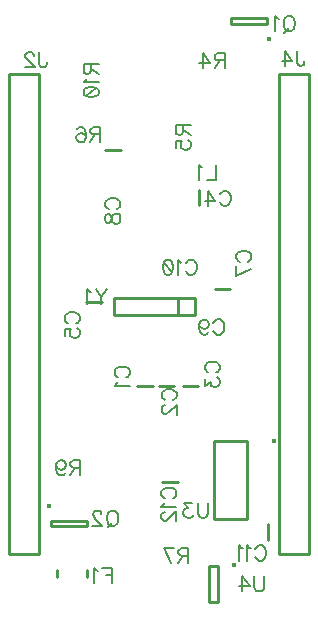
<source format=gbr>
G04 DipTrace Beta 2.9.0.1*
G04 BottomSilk.gbr*
%MOMM*%
G04 #@! TF.FileFunction,Legend,Bot*
G04 #@! TF.Part,Single*
%ADD10C,0.25*%
%ADD33O,0.39127X0.39172*%
%ADD87C,0.19608*%
%FSLAX35Y35*%
G04*
G71*
G90*
G75*
G01*
G04 BotSilk*
%LPD*%
X1109980Y1933547D2*
D10*
X1239880D1*
X1295063Y1935047D2*
X1424963D1*
X1497150Y1933547D2*
X1627050D1*
X1633037Y3461573D2*
Y3591473D1*
X808320Y2640913D2*
X678420D1*
X1766077Y2754613D2*
X1895977D1*
X969217Y3926717D2*
X839317D1*
X2214117Y630610D2*
Y760510D1*
X1322923Y1115407D2*
X1452823D1*
X685463Y312320D2*
Y372160D1*
X435443Y312320D2*
Y372160D1*
X25396Y4571814D2*
X279400D1*
Y508186D1*
X25396D1*
Y4571814D1*
X2565404Y508186D2*
X2311400D1*
Y4571814D1*
X2565404D1*
Y508186D1*
D33*
X2229803Y4871463D3*
X2206433Y4998823D2*
D10*
X1906447D1*
Y5048824D1*
X2206433D1*
Y4998823D1*
D33*
X360657Y919604D3*
X384027Y792244D2*
D10*
X684013D1*
Y742243D1*
X384027D1*
Y792244D1*
D33*
X2266964Y1466603D3*
X2040269Y1469243D2*
D10*
Y809275D1*
X1760271Y1469243D2*
Y809275D1*
X2040269D2*
X1760271D1*
X2040269Y1469243D2*
X1760271D1*
D33*
X1931388Y417984D3*
X1794062Y404618D2*
D10*
Y104623D1*
X1714076Y404618D2*
Y104623D1*
X1794062D2*
X1714076D1*
X1794062Y404618D2*
X1714076D1*
X1603047Y2675038D2*
X913047D1*
Y2535028D1*
X1603047D1*
Y2675038D1*
X1458072Y2670028D2*
Y2540038D1*
X949243Y2005135D2*
D87*
X937170Y2011172D1*
X924957Y2023385D1*
X918920Y2035458D1*
Y2059745D1*
X924957Y2071958D1*
X937170Y2084031D1*
X949243Y2090208D1*
X967493Y2096245D1*
X997957Y2096244D1*
X1016066Y2090208D1*
X1028280Y2084031D1*
X1040353Y2071958D1*
X1046530Y2059744D1*
Y2035458D1*
X1040353Y2023385D1*
X1028280Y2011171D1*
X1016066Y2005135D1*
X943347Y1965919D2*
X937170Y1953706D1*
X919060Y1935456D1*
X1046530D1*
X1346953Y1813866D2*
X1334880Y1819903D1*
X1322667Y1832116D1*
X1316630Y1844190D1*
Y1868476D1*
X1322667Y1880689D1*
X1334880Y1892763D1*
X1346953Y1898939D1*
X1365203Y1904976D1*
X1395667D1*
X1413776Y1898939D1*
X1425990Y1892762D1*
X1438063Y1880689D1*
X1444240Y1868476D1*
Y1844189D1*
X1438063Y1832116D1*
X1425990Y1819903D1*
X1413776Y1813866D1*
X1347094Y1768474D2*
X1341057D1*
X1328844Y1762437D1*
X1322807Y1756401D1*
X1316771Y1744187D1*
X1316770Y1719901D1*
X1322807Y1707828D1*
X1328844Y1701791D1*
X1341057Y1695614D1*
X1353130D1*
X1365344Y1701791D1*
X1383453Y1713864D1*
X1444240Y1774651D1*
Y1689578D1*
X1713043Y2046220D2*
X1700970Y2052256D1*
X1688757Y2064470D1*
X1682720Y2076543D1*
Y2100829D1*
X1688757Y2113043D1*
X1700970Y2125116D1*
X1713043Y2131293D1*
X1731293Y2137329D1*
X1761757D1*
X1779866Y2131293D1*
X1792080Y2125116D1*
X1804153Y2113043D1*
X1810330Y2100829D1*
Y2076543D1*
X1804153Y2064470D1*
X1792080Y2052256D1*
X1779866Y2046220D1*
X1682861Y1994791D2*
X1682860Y1928108D1*
X1731434Y1964468D1*
Y1946218D1*
X1737470Y1934145D1*
X1743507Y1928108D1*
X1761757Y1921931D1*
X1773830D1*
X1792080Y1928108D1*
X1804293Y1940181D1*
X1810330Y1958431D1*
Y1976681D1*
X1804293Y1994791D1*
X1798116Y2000827D1*
X1786043Y2007004D1*
X1811718Y3553210D2*
X1817754Y3565283D1*
X1829968Y3577497D1*
X1842041Y3583533D1*
X1866327D1*
X1878541Y3577497D1*
X1890614Y3565283D1*
X1896791Y3553210D1*
X1902827Y3534960D1*
Y3504497D1*
X1896791Y3486387D1*
X1890614Y3474174D1*
X1878541Y3462101D1*
X1866327Y3455924D1*
X1842041D1*
X1829968Y3462101D1*
X1817754Y3474174D1*
X1811718Y3486387D1*
X1711716Y3455924D2*
Y3583393D1*
X1772502Y3498460D1*
X1681393D1*
X527213Y2462970D2*
X515140Y2469006D1*
X502927Y2481220D1*
X496890Y2493293D1*
Y2517579D1*
X502927Y2529793D1*
X515140Y2541866D1*
X527213Y2548043D1*
X545463Y2554079D1*
X575927D1*
X594036Y2548043D1*
X606250Y2541866D1*
X618323Y2529793D1*
X624500Y2517579D1*
Y2493293D1*
X618323Y2481220D1*
X606250Y2469006D1*
X594036Y2462970D1*
X497030Y2350895D2*
X497031Y2411541D1*
X551640Y2417577D1*
X545604Y2411541D1*
X539427Y2393291D1*
Y2375181D1*
X545604Y2356931D1*
X557677Y2344718D1*
X575927Y2338681D1*
X588000D1*
X606250Y2344718D1*
X618463Y2356931D1*
X624500Y2375181D1*
Y2393291D1*
X618463Y2411541D1*
X612286Y2417577D1*
X600213Y2423754D1*
X1979613Y2984666D2*
X1967540Y2990703D1*
X1955327Y3002916D1*
X1949290Y3014990D1*
Y3039276D1*
X1955327Y3051489D1*
X1967540Y3063563D1*
X1979613Y3069739D1*
X1997863Y3075776D1*
X2028327D1*
X2046436Y3069739D1*
X2058650Y3063562D1*
X2070723Y3051489D1*
X2076900Y3039276D1*
Y3014989D1*
X2070723Y3002916D1*
X2058650Y2990703D1*
X2046436Y2984666D1*
X2076900Y2921164D2*
X1949430Y2860378D1*
X1949431Y2945451D1*
X870223Y3429543D2*
X858150Y3435579D1*
X845937Y3447793D1*
X839900Y3459866D1*
Y3484152D1*
X845937Y3496366D1*
X858150Y3508439D1*
X870223Y3514616D1*
X888473Y3520652D1*
X918937D1*
X937046Y3514616D1*
X949260Y3508439D1*
X961333Y3496366D1*
X967510Y3484152D1*
Y3459866D1*
X961333Y3447793D1*
X949260Y3435579D1*
X937046Y3429543D1*
X840041Y3360004D2*
X846077Y3378114D1*
X858150Y3384291D1*
X870364D1*
X882437Y3378114D1*
X888614Y3366041D1*
X894650Y3341754D1*
X900687Y3323504D1*
X912900Y3311431D1*
X924973Y3305395D1*
X943223D1*
X955296Y3311431D1*
X961473Y3317468D1*
X967510Y3335718D1*
Y3360004D1*
X961473Y3378114D1*
X955296Y3384291D1*
X943223Y3390327D1*
X924973D1*
X912900Y3384291D1*
X900687Y3372077D1*
X894650Y3353968D1*
X888614Y3329681D1*
X882437Y3317468D1*
X870364Y3311431D1*
X858150D1*
X846077Y3317468D1*
X840040Y3335718D1*
X840041Y3360004D1*
X1756021Y2464547D2*
X1762058Y2476620D1*
X1774271Y2488833D1*
X1786344Y2494870D1*
X1810631D1*
X1822844Y2488833D1*
X1834917Y2476620D1*
X1841094Y2464547D1*
X1847131Y2446297D1*
Y2415833D1*
X1841094Y2397724D1*
X1834917Y2385510D1*
X1822844Y2373437D1*
X1810631Y2367260D1*
X1786344D1*
X1774271Y2373437D1*
X1762058Y2385510D1*
X1756021Y2397724D1*
X1637769Y2452333D2*
X1643946Y2434083D1*
X1656019Y2421870D1*
X1674269Y2415833D1*
X1680306D1*
X1698556Y2421870D1*
X1710629Y2434083D1*
X1716806Y2452333D1*
Y2458370D1*
X1710629Y2476620D1*
X1698556Y2488693D1*
X1680306Y2494730D1*
X1674269D1*
X1656019Y2488693D1*
X1643946Y2476620D1*
X1637769Y2452333D1*
Y2421870D1*
X1643946Y2391547D1*
X1656019Y2373297D1*
X1674269Y2367260D1*
X1686342D1*
X1704592Y2373297D1*
X1710629Y2385510D1*
X1521789Y2971277D2*
X1527826Y2983350D1*
X1540039Y2995563D1*
X1552112Y3001600D1*
X1576399D1*
X1588612Y2995563D1*
X1600685Y2983350D1*
X1606862Y2971277D1*
X1612899Y2953027D1*
Y2922563D1*
X1606862Y2904454D1*
X1600685Y2892240D1*
X1588612Y2880167D1*
X1576399Y2873990D1*
X1552112D1*
X1540039Y2880167D1*
X1527826Y2892240D1*
X1521789Y2904454D1*
X1482573Y2977173D2*
X1470360Y2983350D1*
X1452110Y3001460D1*
Y2873990D1*
X1376394Y3001460D2*
X1394644Y2995423D1*
X1406858Y2977173D1*
X1412894Y2946850D1*
Y2928600D1*
X1406858Y2898277D1*
X1394644Y2880027D1*
X1376394Y2873990D1*
X1364321D1*
X1346071Y2880027D1*
X1333998Y2898277D1*
X1327821Y2928600D1*
Y2946850D1*
X1333998Y2977173D1*
X1346071Y2995423D1*
X1364321Y3001460D1*
X1376394D1*
X1333998Y2977173D2*
X1406858Y2898277D1*
X2111448Y551417D2*
X2117484Y563490D1*
X2129698Y575703D1*
X2141771Y581740D1*
X2166057D1*
X2178271Y575703D1*
X2190344Y563490D1*
X2196521Y551417D1*
X2202557Y533167D1*
Y502703D1*
X2196521Y484594D1*
X2190344Y472380D1*
X2178271Y460307D1*
X2166057Y454130D1*
X2141771D1*
X2129698Y460307D1*
X2117484Y472380D1*
X2111448Y484594D1*
X2072232Y557313D2*
X2060019Y563490D1*
X2041769Y581600D1*
Y454130D1*
X2002553Y557313D2*
X1990339Y563490D1*
X1972089Y581600D1*
Y454130D1*
X1345687Y980409D2*
X1333614Y986446D1*
X1321400Y998659D1*
X1315364Y1010732D1*
Y1035019D1*
X1321400Y1047232D1*
X1333614Y1059305D1*
X1345687Y1065482D1*
X1363937Y1071519D1*
X1394400D1*
X1412510Y1065482D1*
X1424723Y1059305D1*
X1436796Y1047232D1*
X1442973Y1035019D1*
Y1010732D1*
X1436796Y998659D1*
X1424723Y986446D1*
X1412510Y980409D1*
X1339790Y941194D2*
X1333614Y928980D1*
X1315504Y910730D1*
X1442973D1*
X1345827Y865338D2*
X1339790D1*
X1327577Y859301D1*
X1321540Y853265D1*
X1315504Y841051D1*
Y816765D1*
X1321540Y804692D1*
X1327577Y798655D1*
X1339790Y792478D1*
X1351863D1*
X1364077Y798655D1*
X1382187Y810728D1*
X1442973Y871514D1*
Y786442D1*
X815295Y390433D2*
X894331D1*
Y262824D1*
Y329647D2*
X845758D1*
X776079Y366006D2*
X763865Y372183D1*
X745615Y390293D1*
Y262824D1*
X282474Y4757550D2*
Y4660404D1*
X288511Y4642154D1*
X294688Y4636117D1*
X306761Y4629940D1*
X318974D1*
X331048Y4636117D1*
X337084Y4642154D1*
X343261Y4660404D1*
Y4672477D1*
X237082Y4727086D2*
Y4733123D1*
X231045Y4745336D1*
X225009Y4751373D1*
X212795Y4757410D1*
X188509D1*
X176436Y4751373D1*
X170399Y4745336D1*
X164222Y4733123D1*
Y4721050D1*
X170399Y4708836D1*
X182472Y4690727D1*
X243259Y4629940D1*
X158186D1*
X2464063Y4767893D2*
Y4670747D1*
X2470099Y4652497D1*
X2476276Y4646461D1*
X2488349Y4640284D1*
X2500563D1*
X2512636Y4646461D1*
X2518672Y4652497D1*
X2524849Y4670747D1*
Y4682820D1*
X2364060Y4640284D2*
Y4767753D1*
X2424847Y4682820D1*
X2333737D1*
X1774456Y3806370D2*
Y3678760D1*
X1701596D1*
X1662381Y3781943D2*
X1650167Y3788120D1*
X1631917Y3806230D1*
Y3678760D1*
X2409883Y5064280D2*
X2421956Y5058384D1*
X2434169Y5046170D1*
X2440206Y5033957D1*
X2446383Y5015707D1*
Y4985384D1*
X2440206Y4967134D1*
X2434169Y4955061D1*
X2421956Y4942847D1*
X2409883Y4936811D1*
X2385596D1*
X2373383Y4942847D1*
X2361310Y4955061D1*
X2355273Y4967134D1*
X2349096Y4985384D1*
Y5015707D1*
X2355273Y5033957D1*
X2361310Y5046170D1*
X2373383Y5058384D1*
X2385596Y5064280D1*
X2409883D1*
X2391633Y4961097D2*
X2355273Y4924597D1*
X2309881Y5039853D2*
X2297667Y5046030D1*
X2279417Y5064140D1*
Y4936670D1*
X914134Y876430D2*
X926207Y870534D1*
X938421Y858320D1*
X944457Y846107D1*
X950634Y827857D1*
Y797534D1*
X944457Y779284D1*
X938421Y767211D1*
X926207Y754997D1*
X914134Y748961D1*
X889848D1*
X877634Y754997D1*
X865561Y767211D1*
X859525Y779284D1*
X853348Y797534D1*
Y827857D1*
X859525Y846107D1*
X865561Y858320D1*
X877634Y870534D1*
X889848Y876430D1*
X914134D1*
X895884Y773247D2*
X859525Y736747D1*
X807955Y845966D2*
Y852003D1*
X801919Y864216D1*
X795882Y870253D1*
X783669Y876290D1*
X759382D1*
X747309Y870253D1*
X741272Y864216D1*
X735096Y852003D1*
Y839930D1*
X741272Y827716D1*
X753346Y809607D1*
X814132Y748820D1*
X729059D1*
X1850656Y4688390D2*
X1796046D1*
X1777796Y4694567D1*
X1771619Y4700604D1*
X1765583Y4712677D1*
Y4724890D1*
X1771619Y4736963D1*
X1777796Y4743140D1*
X1796046Y4749177D1*
X1850656D1*
Y4621567D1*
X1808119Y4688390D2*
X1765583Y4621567D1*
X1665581D2*
Y4749036D1*
X1726367Y4664104D1*
X1635257D1*
X1496567Y4140431D2*
Y4085821D1*
X1490390Y4067571D1*
X1484353Y4061395D1*
X1472280Y4055358D1*
X1460067D1*
X1447994Y4061395D1*
X1441817Y4067572D1*
X1435780Y4085821D1*
Y4140431D1*
X1563390D1*
X1496567Y4097894D2*
X1563390Y4055358D1*
X1435920Y3943283D2*
X1435921Y4003929D1*
X1490530Y4009965D1*
X1484494Y4003929D1*
X1478317Y3985679D1*
Y3967569D1*
X1484494Y3949319D1*
X1496567Y3937106D1*
X1514817Y3931069D1*
X1526890D1*
X1545140Y3937106D1*
X1557353Y3949319D1*
X1563390Y3967569D1*
Y3985679D1*
X1557353Y4003929D1*
X1551176Y4009965D1*
X1539103Y4016142D1*
X798339Y4061987D2*
X743730D1*
X725480Y4068164D1*
X719303Y4074200D1*
X713266Y4086273D1*
Y4098487D1*
X719303Y4110560D1*
X725480Y4116737D1*
X743730Y4122773D1*
X798339D1*
Y3995164D1*
X755803Y4061987D2*
X713266Y3995164D1*
X601191Y4104523D2*
X607227Y4116596D1*
X625477Y4122633D1*
X637550D1*
X655800Y4116596D1*
X668014Y4098346D1*
X674050Y4068023D1*
Y4037700D1*
X668014Y4013414D1*
X655800Y4001200D1*
X637550Y3995164D1*
X631514D1*
X613404Y4001200D1*
X601191Y4013414D1*
X595154Y4031664D1*
Y4037700D1*
X601191Y4055950D1*
X613404Y4068023D1*
X631514Y4074060D1*
X637550D1*
X655800Y4068023D1*
X668014Y4055950D1*
X674050Y4037700D1*
X1543488Y495870D2*
X1488878D1*
X1470628Y502047D1*
X1464451Y508084D1*
X1458415Y520157D1*
Y532370D1*
X1464451Y544443D1*
X1470628Y550620D1*
X1488878Y556657D1*
X1543488D1*
Y429047D1*
X1500951Y495870D2*
X1458415Y429047D1*
X1394912D2*
X1334126Y556516D1*
X1419199D1*
X630106Y1241553D2*
X575496D1*
X557246Y1247730D1*
X551069Y1253767D1*
X545033Y1265840D1*
Y1278053D1*
X551069Y1290126D1*
X557246Y1296303D1*
X575496Y1302340D1*
X630106D1*
Y1174730D1*
X587569Y1241553D2*
X545033Y1174730D1*
X426781Y1259803D2*
X432958Y1241553D1*
X445031Y1229340D1*
X463281Y1223303D1*
X469317D1*
X487567Y1229340D1*
X499640Y1241553D1*
X505817Y1259803D1*
Y1265840D1*
X499640Y1284090D1*
X487567Y1296163D1*
X469317Y1302200D1*
X463281D1*
X445031Y1296163D1*
X432958Y1284090D1*
X426781Y1259803D1*
Y1229340D1*
X432958Y1199017D1*
X445031Y1180767D1*
X463281Y1174730D1*
X475354D1*
X493604Y1180767D1*
X499640Y1192980D1*
X716533Y4658194D2*
Y4603584D1*
X710356Y4585334D1*
X704320Y4579157D1*
X692247Y4573121D1*
X680033D1*
X667960Y4579157D1*
X661783Y4585334D1*
X655747Y4603584D1*
Y4658194D1*
X783356D1*
X716533Y4615657D2*
X783356Y4573121D1*
X680174Y4533905D2*
X673997Y4521692D1*
X655887Y4503442D1*
X783356D1*
X655887Y4427726D2*
X661924Y4445976D1*
X680174Y4458190D1*
X710497Y4464226D1*
X728747D1*
X759070Y4458190D1*
X777320Y4445976D1*
X783357Y4427726D1*
X783356Y4415653D1*
X777320Y4397403D1*
X759070Y4385330D1*
X728747Y4379153D1*
X710497D1*
X680174Y4385330D1*
X661924Y4397403D1*
X655887Y4415653D1*
Y4427726D1*
X680174Y4385330D2*
X759070Y4458190D1*
X1710504Y943785D2*
Y852675D1*
X1704468Y834425D1*
X1692254Y822352D1*
X1674004Y816175D1*
X1661931D1*
X1643681Y822352D1*
X1631468Y834425D1*
X1625431Y852675D1*
Y943785D1*
X1574002Y943645D2*
X1507319D1*
X1543679Y895071D1*
X1525429D1*
X1513356Y889035D1*
X1507319Y882998D1*
X1501142Y864748D1*
Y852675D1*
X1507319Y834425D1*
X1519392Y822212D1*
X1537642Y816175D1*
X1555892D1*
X1574002Y822212D1*
X1580039Y828389D1*
X1586215Y840462D1*
X2186563Y320387D2*
Y229277D1*
X2180526Y211027D1*
X2168313Y198954D1*
X2150063Y192777D1*
X2137989D1*
X2119739Y198954D1*
X2107526Y211027D1*
X2101489Y229277D1*
Y320387D1*
X2001487Y192777D2*
Y320246D1*
X2062274Y235314D1*
X1971164D1*
X855876Y2749943D2*
X807303Y2689157D1*
Y2622334D1*
X758730Y2749943D2*
X807303Y2689157D1*
X719514Y2725516D2*
X707301Y2731693D1*
X689051Y2749803D1*
Y2622334D1*
M02*

</source>
